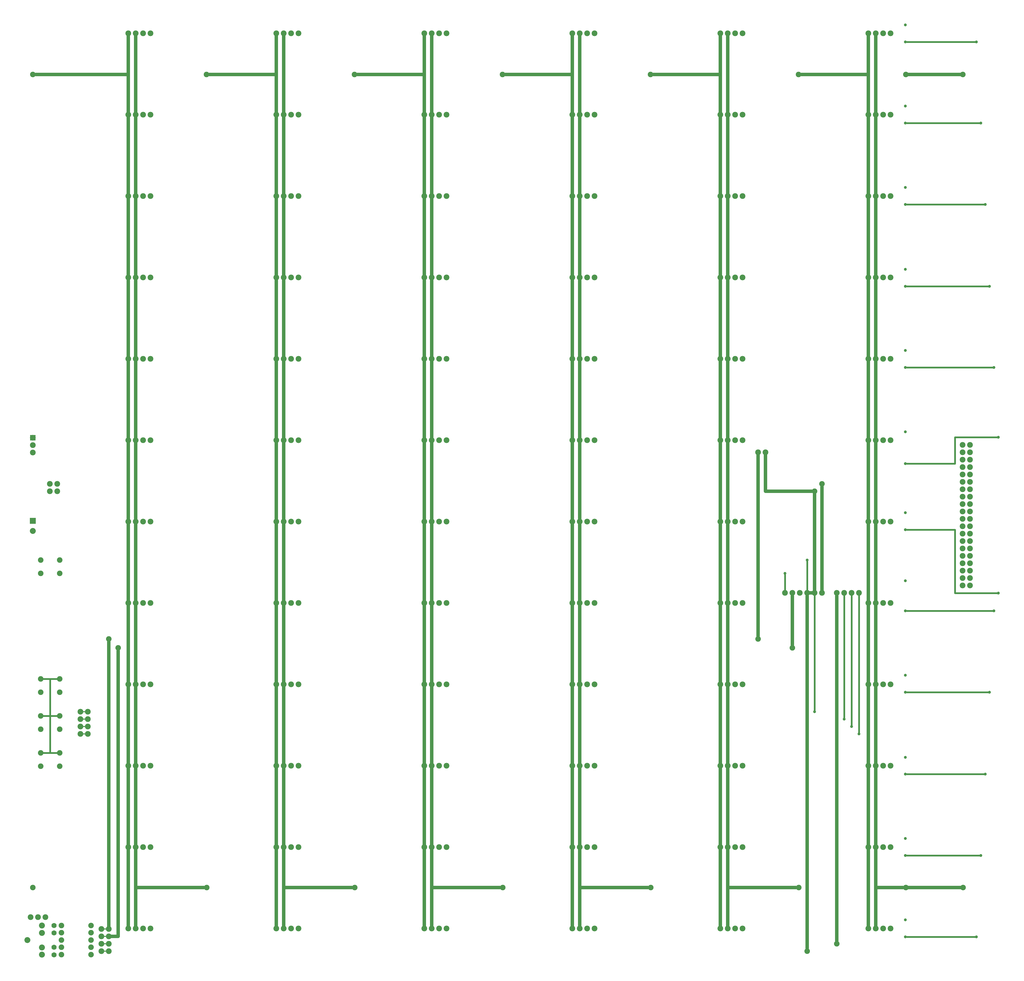
<source format=gbl>
G04 MADE WITH FRITZING*
G04 WWW.FRITZING.ORG*
G04 DOUBLE SIDED*
G04 HOLES PLATED*
G04 CONTOUR ON CENTER OF CONTOUR VECTOR*
%ASAXBY*%
%FSLAX23Y23*%
%MOIN*%
%OFA0B0*%
%SFA1.0B1.0*%
%ADD10C,0.078000*%
%ADD11C,0.080000*%
%ADD12C,0.039370*%
%ADD13C,0.075433*%
%ADD14C,0.080350*%
%ADD15C,0.070000*%
%ADD16C,0.075000*%
%ADD17R,0.080000X0.080000*%
%ADD18R,0.078000X0.078000*%
%ADD19C,0.024000*%
%ADD20C,0.048000*%
%ADD21C,0.012000*%
%ADD22R,0.001000X0.001000*%
%LNCOPPER0*%
G90*
G70*
G54D10*
X5542Y1101D03*
X5642Y1101D03*
X5742Y1101D03*
X5842Y1101D03*
X9542Y1101D03*
X9642Y1101D03*
X9742Y1101D03*
X9842Y1101D03*
X1543Y1100D03*
X1643Y1100D03*
X1743Y1100D03*
X1843Y1100D03*
X7542Y1101D03*
X7642Y1101D03*
X7742Y1101D03*
X7842Y1101D03*
X11542Y1101D03*
X11642Y1101D03*
X11742Y1101D03*
X11842Y1101D03*
X3542Y1101D03*
X3642Y1101D03*
X3742Y1101D03*
X3842Y1101D03*
X1543Y2200D03*
X1643Y2200D03*
X1743Y2200D03*
X1843Y2200D03*
X5543Y2201D03*
X5643Y2201D03*
X5743Y2201D03*
X5843Y2201D03*
X7543Y2201D03*
X7643Y2201D03*
X7743Y2201D03*
X7843Y2201D03*
X3543Y2201D03*
X3643Y2201D03*
X3743Y2201D03*
X3843Y2201D03*
X9543Y2201D03*
X9643Y2201D03*
X9743Y2201D03*
X9843Y2201D03*
X11543Y2201D03*
X11643Y2201D03*
X11743Y2201D03*
X11843Y2201D03*
X9543Y3301D03*
X9643Y3301D03*
X9743Y3301D03*
X9843Y3301D03*
X11543Y3301D03*
X11643Y3301D03*
X11743Y3301D03*
X11843Y3301D03*
X1543Y3300D03*
X1643Y3300D03*
X1743Y3300D03*
X1843Y3300D03*
X7543Y3301D03*
X7643Y3301D03*
X7743Y3301D03*
X7843Y3301D03*
X3543Y3301D03*
X3643Y3301D03*
X3743Y3301D03*
X3843Y3301D03*
X5543Y3301D03*
X5643Y3301D03*
X5743Y3301D03*
X5843Y3301D03*
X3543Y4401D03*
X3643Y4401D03*
X3743Y4401D03*
X3843Y4401D03*
X11543Y4401D03*
X11643Y4401D03*
X11743Y4401D03*
X11843Y4401D03*
X9543Y4401D03*
X9643Y4401D03*
X9743Y4401D03*
X9843Y4401D03*
X5543Y4401D03*
X5643Y4401D03*
X5743Y4401D03*
X5843Y4401D03*
X1543Y4400D03*
X1643Y4400D03*
X1743Y4400D03*
X1843Y4400D03*
X7543Y4401D03*
X7643Y4401D03*
X7743Y4401D03*
X7843Y4401D03*
X9543Y5501D03*
X9643Y5501D03*
X9743Y5501D03*
X9843Y5501D03*
X3543Y5501D03*
X3643Y5501D03*
X3743Y5501D03*
X3843Y5501D03*
X5543Y5501D03*
X5643Y5501D03*
X5743Y5501D03*
X5843Y5501D03*
X11543Y5501D03*
X11643Y5501D03*
X11743Y5501D03*
X11843Y5501D03*
X7543Y5501D03*
X7643Y5501D03*
X7743Y5501D03*
X7843Y5501D03*
X1543Y5500D03*
X1643Y5500D03*
X1743Y5500D03*
X1843Y5500D03*
X9543Y6601D03*
X9643Y6601D03*
X9743Y6601D03*
X9843Y6601D03*
X3543Y6601D03*
X3643Y6601D03*
X3743Y6601D03*
X3843Y6601D03*
X5543Y6601D03*
X5643Y6601D03*
X5743Y6601D03*
X5843Y6601D03*
X1543Y6600D03*
X1643Y6600D03*
X1743Y6600D03*
X1843Y6600D03*
X7543Y6601D03*
X7643Y6601D03*
X7743Y6601D03*
X7843Y6601D03*
X11543Y6601D03*
X11643Y6601D03*
X11743Y6601D03*
X11843Y6601D03*
X11543Y7701D03*
X11643Y7701D03*
X11743Y7701D03*
X11843Y7701D03*
X7543Y7701D03*
X7643Y7701D03*
X7743Y7701D03*
X7843Y7701D03*
X3543Y7701D03*
X3643Y7701D03*
X3743Y7701D03*
X3843Y7701D03*
X9543Y7701D03*
X9643Y7701D03*
X9743Y7701D03*
X9843Y7701D03*
X5543Y7701D03*
X5643Y7701D03*
X5743Y7701D03*
X5843Y7701D03*
X1543Y7700D03*
X1643Y7700D03*
X1743Y7700D03*
X1843Y7700D03*
X11543Y8801D03*
X11643Y8801D03*
X11743Y8801D03*
X11843Y8801D03*
X5543Y8801D03*
X5643Y8801D03*
X5743Y8801D03*
X5843Y8801D03*
X1543Y8800D03*
X1643Y8800D03*
X1743Y8800D03*
X1843Y8800D03*
X3543Y8801D03*
X3643Y8801D03*
X3743Y8801D03*
X3843Y8801D03*
X9543Y8801D03*
X9643Y8801D03*
X9743Y8801D03*
X9843Y8801D03*
X7543Y8801D03*
X7643Y8801D03*
X7743Y8801D03*
X7843Y8801D03*
X11543Y9901D03*
X11643Y9901D03*
X11743Y9901D03*
X11843Y9901D03*
X1543Y9900D03*
X1643Y9900D03*
X1743Y9900D03*
X1843Y9900D03*
X5543Y9901D03*
X5643Y9901D03*
X5743Y9901D03*
X5843Y9901D03*
X3543Y9901D03*
X3643Y9901D03*
X3743Y9901D03*
X3843Y9901D03*
X7543Y9901D03*
X7643Y9901D03*
X7743Y9901D03*
X7843Y9901D03*
X9543Y9901D03*
X9643Y9901D03*
X9743Y9901D03*
X9843Y9901D03*
X3543Y11001D03*
X3643Y11001D03*
X3743Y11001D03*
X3843Y11001D03*
X1543Y11000D03*
X1643Y11000D03*
X1743Y11000D03*
X1843Y11000D03*
X7543Y11001D03*
X7643Y11001D03*
X7743Y11001D03*
X7843Y11001D03*
X9543Y11001D03*
X9643Y11001D03*
X9743Y11001D03*
X9843Y11001D03*
X5543Y11001D03*
X5643Y11001D03*
X5743Y11001D03*
X5843Y11001D03*
X11543Y11001D03*
X11643Y11001D03*
X11743Y11001D03*
X11843Y11001D03*
X3542Y12101D03*
X3642Y12101D03*
X3742Y12101D03*
X3842Y12101D03*
X5542Y12101D03*
X5642Y12101D03*
X5742Y12101D03*
X5842Y12101D03*
X9542Y12101D03*
X9642Y12101D03*
X9742Y12101D03*
X9842Y12101D03*
X1543Y12101D03*
X1643Y12101D03*
X1743Y12101D03*
X1843Y12101D03*
X11542Y12101D03*
X11642Y12101D03*
X11742Y12101D03*
X11842Y12101D03*
X7542Y12101D03*
X7642Y12101D03*
X7742Y12101D03*
X7842Y12101D03*
X11543Y13201D03*
X11643Y13201D03*
X11743Y13201D03*
X11843Y13201D03*
X9543Y13201D03*
X9643Y13201D03*
X9743Y13201D03*
X9843Y13201D03*
X7543Y13201D03*
X7643Y13201D03*
X7743Y13201D03*
X7843Y13201D03*
X5543Y13201D03*
X5643Y13201D03*
X5743Y13201D03*
X5843Y13201D03*
X3543Y13201D03*
X3643Y13201D03*
X3743Y13201D03*
X3843Y13201D03*
X1543Y13200D03*
X1643Y13200D03*
X1743Y13200D03*
X1843Y13200D03*
X12817Y7639D03*
X12817Y7539D03*
X12817Y7439D03*
X12817Y7339D03*
X12817Y7239D03*
X12817Y7139D03*
X12817Y7039D03*
X12817Y6939D03*
X12817Y6839D03*
X12817Y6739D03*
X12817Y6639D03*
X12817Y6539D03*
X12817Y6439D03*
X12817Y6339D03*
X12817Y6239D03*
X12817Y6139D03*
X12817Y6039D03*
X12817Y5939D03*
X12817Y5839D03*
X12817Y5739D03*
X12817Y7639D03*
X12817Y7539D03*
X12817Y7439D03*
X12817Y7339D03*
X12817Y7239D03*
X12817Y7139D03*
X12817Y7039D03*
X12817Y6939D03*
X12817Y6839D03*
X12817Y6739D03*
X12817Y6639D03*
X12817Y6539D03*
X12817Y6439D03*
X12817Y6339D03*
X12817Y6239D03*
X12817Y6139D03*
X12817Y6039D03*
X12817Y5939D03*
X12817Y5839D03*
X12817Y5739D03*
X12917Y5739D03*
X12917Y5839D03*
X12917Y5939D03*
X12917Y6039D03*
X12917Y6139D03*
X12917Y6239D03*
X12917Y6339D03*
X12917Y6439D03*
X12917Y6539D03*
X12917Y6639D03*
X12917Y6739D03*
X12917Y6839D03*
X12917Y6939D03*
X12917Y7039D03*
X12917Y7139D03*
X12917Y7239D03*
X12917Y7339D03*
X12917Y7439D03*
X12917Y7539D03*
X12917Y7639D03*
G54D11*
X253Y6611D03*
X253Y6473D03*
G54D12*
X12045Y4293D03*
X12045Y5393D03*
X12045Y6721D03*
X12045Y3187D03*
X12045Y989D03*
X12045Y5801D03*
X12045Y3416D03*
X12045Y6491D03*
X12045Y2089D03*
X12045Y2318D03*
X12045Y1218D03*
X12045Y4523D03*
X12045Y9781D03*
X12045Y10011D03*
X12045Y8913D03*
X12045Y7383D03*
X12045Y7813D03*
X12045Y8683D03*
X12045Y10888D03*
X12045Y11117D03*
X12045Y11988D03*
X12045Y12217D03*
X12045Y13086D03*
X12045Y13315D03*
G54D10*
X253Y7736D03*
X253Y7636D03*
X253Y7536D03*
G54D12*
X13003Y13086D03*
X13063Y11988D03*
X13122Y10888D03*
X13181Y9781D03*
X13240Y8683D03*
X13300Y7741D03*
X13300Y5636D03*
X13240Y5393D03*
X13181Y4293D03*
X13122Y3187D03*
X13063Y2089D03*
X13003Y989D03*
G54D13*
X12820Y12644D03*
X2601Y12644D03*
X4599Y12644D03*
X6601Y12644D03*
X8599Y12644D03*
X10599Y12644D03*
X12051Y12644D03*
X12823Y1653D03*
X4602Y1653D03*
X2604Y1653D03*
X6604Y1653D03*
X10602Y1653D03*
X8602Y1653D03*
X12050Y1653D03*
X253Y12644D03*
X253Y1653D03*
G54D14*
X180Y944D03*
X377Y1141D03*
X377Y1042D03*
X377Y845D03*
X377Y747D03*
G54D15*
X540Y1141D03*
X540Y1041D03*
X540Y746D03*
X540Y847D03*
G54D16*
X641Y1140D03*
X1041Y1140D03*
X640Y1045D03*
X1040Y1045D03*
X640Y945D03*
X1040Y945D03*
X640Y847D03*
X1040Y847D03*
X640Y747D03*
X1040Y747D03*
G54D10*
X222Y1256D03*
X322Y1256D03*
X422Y1256D03*
X1181Y1095D03*
X1181Y995D03*
X1181Y895D03*
X1181Y795D03*
X11116Y5638D03*
X11216Y5638D03*
X11316Y5638D03*
X11416Y5638D03*
X10416Y5638D03*
X10516Y5638D03*
X10616Y5638D03*
X10716Y5638D03*
X10816Y5638D03*
X10916Y5638D03*
X10053Y7539D03*
X10153Y7539D03*
X1280Y1095D03*
X1280Y995D03*
X1280Y895D03*
X1280Y795D03*
G54D13*
X1280Y5015D03*
X10053Y5015D03*
X1406Y4893D03*
X10516Y4893D03*
X10716Y795D03*
G54D10*
X482Y7110D03*
X482Y7010D03*
X482Y7110D03*
X482Y7010D03*
X582Y7010D03*
X582Y7110D03*
G54D13*
X10816Y7010D03*
X10916Y7110D03*
G54D16*
X616Y5902D03*
X360Y5902D03*
X616Y6080D03*
X360Y6080D03*
X616Y3295D03*
X360Y3295D03*
X616Y3473D03*
X360Y3473D03*
X616Y3795D03*
X360Y3795D03*
X616Y3973D03*
X360Y3973D03*
X616Y4296D03*
X360Y4296D03*
X616Y4473D03*
X360Y4473D03*
G54D12*
X10716Y6080D03*
X10416Y5902D03*
G54D13*
X11116Y895D03*
G54D10*
X897Y4032D03*
X897Y3932D03*
X897Y3832D03*
X897Y3732D03*
X897Y4032D03*
X897Y3932D03*
X897Y3832D03*
X897Y3732D03*
X997Y3732D03*
X997Y3832D03*
X997Y3932D03*
X997Y4032D03*
G54D12*
X10816Y4032D03*
X11216Y3932D03*
X11316Y3832D03*
X11416Y3732D03*
G54D17*
X253Y6611D03*
G54D18*
X253Y7736D03*
G54D19*
X12064Y13086D02*
X12984Y13086D01*
D02*
X12064Y11988D02*
X13044Y11988D01*
D02*
X12064Y10888D02*
X13103Y10888D01*
D02*
X12064Y9781D02*
X13162Y9781D01*
D02*
X12064Y8683D02*
X13221Y8683D01*
D02*
X12715Y7741D02*
X13281Y7741D01*
D02*
X12715Y7383D02*
X12715Y7741D01*
D02*
X12064Y7383D02*
X12715Y7383D01*
D02*
X12064Y6491D02*
X12715Y6491D01*
D02*
X12715Y6491D02*
X12715Y5636D01*
D02*
X12715Y5636D02*
X13281Y5636D01*
D02*
X12064Y5393D02*
X13221Y5393D01*
D02*
X12064Y4293D02*
X13162Y4293D01*
D02*
X12064Y3187D02*
X13103Y3187D01*
D02*
X12064Y2088D02*
X13044Y2088D01*
D02*
X12064Y988D02*
X12984Y988D01*
G54D20*
D02*
X1543Y12131D02*
X1543Y13170D01*
D02*
X1643Y12131D02*
X1643Y13170D01*
D02*
X1643Y12071D02*
X1643Y11031D01*
D02*
X1543Y12071D02*
X1543Y11031D01*
D02*
X1643Y10970D02*
X1643Y9931D01*
D02*
X1543Y10970D02*
X1543Y9931D01*
D02*
X1643Y9870D02*
X1643Y8831D01*
D02*
X1543Y9870D02*
X1543Y8831D01*
D02*
X1643Y8770D02*
X1643Y7730D01*
D02*
X1543Y8770D02*
X1543Y7730D01*
D02*
X1643Y7670D02*
X1643Y6630D01*
D02*
X1543Y7670D02*
X1543Y6630D01*
D02*
X1643Y6570D02*
X1643Y5530D01*
D02*
X1543Y6570D02*
X1543Y5530D01*
D02*
X1643Y5470D02*
X1643Y4431D01*
D02*
X1543Y5470D02*
X1543Y4431D01*
D02*
X1643Y4370D02*
X1643Y3331D01*
D02*
X1543Y4370D02*
X1543Y3331D01*
D02*
X1643Y3270D02*
X1643Y2231D01*
D02*
X1543Y3270D02*
X1543Y2231D01*
D02*
X1643Y2170D02*
X1643Y1131D01*
D02*
X1543Y2170D02*
X1543Y1131D01*
D02*
X3542Y12131D02*
X3543Y13171D01*
D02*
X3642Y12131D02*
X3643Y13171D01*
D02*
X3642Y12071D02*
X3643Y11031D01*
D02*
X3542Y12071D02*
X3543Y11031D01*
D02*
X3643Y10971D02*
X3643Y9931D01*
D02*
X3543Y10971D02*
X3543Y9931D01*
D02*
X3643Y9871D02*
X3643Y8831D01*
D02*
X3543Y9871D02*
X3543Y8831D01*
D02*
X3643Y8771D02*
X3643Y7731D01*
D02*
X3543Y8771D02*
X3543Y7731D01*
D02*
X3643Y7671D02*
X3643Y6631D01*
D02*
X3543Y7671D02*
X3543Y6631D01*
D02*
X3643Y6571D02*
X3643Y5531D01*
D02*
X3543Y6571D02*
X3543Y5531D01*
D02*
X3643Y5471D02*
X3643Y4431D01*
D02*
X3543Y5471D02*
X3543Y4431D01*
D02*
X3643Y4371D02*
X3643Y3331D01*
D02*
X3543Y4371D02*
X3543Y3331D01*
D02*
X3643Y3271D02*
X3643Y2231D01*
D02*
X3543Y3271D02*
X3543Y2231D01*
D02*
X3643Y2171D02*
X3642Y1131D01*
D02*
X3543Y2171D02*
X3542Y1131D01*
D02*
X5643Y13171D02*
X5642Y12131D01*
D02*
X5543Y13171D02*
X5542Y12131D01*
D02*
X5642Y12071D02*
X5643Y11031D01*
D02*
X5542Y12071D02*
X5543Y11031D01*
D02*
X5643Y10971D02*
X5643Y9931D01*
D02*
X5543Y10971D02*
X5543Y9931D01*
D02*
X5643Y9871D02*
X5643Y8831D01*
D02*
X5543Y9871D02*
X5543Y8831D01*
D02*
X5643Y8771D02*
X5643Y7731D01*
D02*
X5543Y8771D02*
X5543Y7731D01*
D02*
X5643Y7671D02*
X5643Y6631D01*
D02*
X5543Y7671D02*
X5543Y6631D01*
D02*
X5643Y6571D02*
X5643Y5531D01*
D02*
X5543Y6571D02*
X5543Y5531D01*
D02*
X5643Y5471D02*
X5643Y4431D01*
D02*
X5543Y5471D02*
X5543Y4431D01*
D02*
X5643Y4371D02*
X5643Y3331D01*
D02*
X5543Y4371D02*
X5543Y3331D01*
D02*
X5643Y3271D02*
X5643Y2231D01*
D02*
X5543Y3271D02*
X5543Y2231D01*
D02*
X5643Y2171D02*
X5642Y1131D01*
D02*
X5543Y2171D02*
X5542Y1131D01*
D02*
X7643Y2160D02*
X7642Y1142D01*
D02*
X7543Y2160D02*
X7542Y1142D01*
D02*
X9542Y2160D02*
X9542Y1142D01*
D02*
X9642Y2160D02*
X9642Y1142D01*
D02*
X11543Y2160D02*
X11542Y1142D01*
D02*
X11643Y2160D02*
X11642Y1142D01*
D02*
X7543Y13171D02*
X7542Y12131D01*
D02*
X7643Y13171D02*
X7642Y12131D01*
D02*
X9543Y13171D02*
X9542Y12131D01*
D02*
X9643Y13171D02*
X9642Y12131D01*
D02*
X11543Y13171D02*
X11542Y12131D01*
D02*
X11643Y13171D02*
X11642Y12131D01*
D02*
X7542Y12071D02*
X7543Y11031D01*
D02*
X7642Y12071D02*
X7643Y11031D01*
D02*
X9542Y12071D02*
X9543Y11031D01*
D02*
X9642Y12071D02*
X9643Y11031D01*
D02*
X11542Y12071D02*
X11543Y11031D01*
D02*
X11642Y12071D02*
X11643Y11031D01*
D02*
X7543Y10971D02*
X7543Y9931D01*
D02*
X7643Y10971D02*
X7643Y9931D01*
D02*
X9543Y10971D02*
X9543Y9931D01*
D02*
X9643Y10971D02*
X9643Y9931D01*
D02*
X11543Y10971D02*
X11543Y9931D01*
D02*
X11643Y10971D02*
X11643Y9931D01*
D02*
X11643Y9871D02*
X11643Y8831D01*
D02*
X11543Y9871D02*
X11543Y8831D01*
D02*
X9643Y9871D02*
X9643Y8831D01*
D02*
X9543Y9871D02*
X9543Y8831D01*
D02*
X7643Y9871D02*
X7643Y8831D01*
D02*
X7543Y9871D02*
X7543Y8831D01*
D02*
X7543Y8771D02*
X7543Y7731D01*
D02*
X7643Y8771D02*
X7643Y7731D01*
D02*
X9543Y8771D02*
X9543Y7731D01*
D02*
X9643Y8771D02*
X9643Y7731D01*
D02*
X11543Y8771D02*
X11543Y7731D01*
D02*
X11643Y8771D02*
X11643Y7731D01*
D02*
X11643Y7671D02*
X11643Y6631D01*
D02*
X11543Y7671D02*
X11543Y6631D01*
D02*
X9643Y7671D02*
X9643Y6631D01*
D02*
X9543Y7671D02*
X9543Y6631D01*
D02*
X7643Y7671D02*
X7643Y6631D01*
D02*
X7543Y7671D02*
X7543Y6631D01*
D02*
X7543Y6571D02*
X7543Y5531D01*
D02*
X7643Y6571D02*
X7643Y5531D01*
D02*
X9543Y6571D02*
X9543Y5531D01*
D02*
X9643Y6571D02*
X9643Y5531D01*
D02*
X11543Y6571D02*
X11543Y5531D01*
D02*
X11643Y6571D02*
X11643Y5531D01*
D02*
X11643Y5471D02*
X11643Y4431D01*
D02*
X11543Y5471D02*
X11543Y4431D01*
D02*
X9643Y5471D02*
X9643Y4431D01*
D02*
X9543Y5471D02*
X9543Y4431D01*
D02*
X7643Y5471D02*
X7643Y4431D01*
D02*
X7543Y5471D02*
X7543Y4431D01*
D02*
X7643Y4371D02*
X7643Y3331D01*
D02*
X7543Y4371D02*
X7543Y3331D01*
D02*
X9543Y4371D02*
X9543Y3331D01*
D02*
X9643Y4371D02*
X9643Y3331D01*
D02*
X11543Y4371D02*
X11543Y3331D01*
D02*
X11643Y4371D02*
X11643Y3331D01*
D02*
X11643Y3271D02*
X11643Y2231D01*
D02*
X11543Y3271D02*
X11543Y2231D01*
D02*
X9643Y3271D02*
X9643Y2231D01*
D02*
X9543Y3271D02*
X9543Y2231D01*
D02*
X7643Y3271D02*
X7643Y2231D01*
D02*
X7543Y3271D02*
X7543Y2231D01*
D02*
X12791Y12644D02*
X12080Y12644D01*
D02*
X12794Y1653D02*
X12079Y1653D01*
D02*
X1543Y12644D02*
X293Y12644D01*
D02*
X1543Y13159D02*
X1543Y12644D01*
D02*
X3543Y13159D02*
X3543Y12644D01*
D02*
X3543Y12644D02*
X2641Y12644D01*
D02*
X5543Y13159D02*
X5543Y12644D01*
D02*
X5543Y12644D02*
X4639Y12644D01*
D02*
X7543Y12644D02*
X6641Y12644D01*
D02*
X7543Y13159D02*
X7543Y12644D01*
D02*
X9543Y12644D02*
X8639Y12644D01*
D02*
X9543Y13159D02*
X9543Y12644D01*
D02*
X11543Y13159D02*
X11543Y12644D01*
D02*
X11543Y12644D02*
X10639Y12644D01*
D02*
X1643Y1653D02*
X2564Y1653D01*
D02*
X1643Y1142D02*
X1643Y1653D01*
D02*
X3642Y1653D02*
X4562Y1653D01*
D02*
X3642Y1142D02*
X3642Y1653D01*
D02*
X5642Y1653D02*
X6564Y1653D01*
D02*
X5642Y1142D02*
X5642Y1653D01*
D02*
X7642Y1142D02*
X7642Y1653D01*
D02*
X7642Y1653D02*
X8562Y1653D01*
D02*
X9642Y1653D02*
X10562Y1653D01*
D02*
X9642Y1142D02*
X9642Y1653D01*
D02*
X11642Y1142D02*
X11642Y1653D01*
D02*
X11642Y1653D02*
X12010Y1653D01*
D02*
X10053Y5055D02*
X10053Y7497D01*
D02*
X1280Y1136D02*
X1280Y4975D01*
D02*
X1406Y995D02*
X1406Y4853D01*
D02*
X1310Y995D02*
X1406Y995D01*
D02*
X10516Y4933D02*
X10516Y5596D01*
D02*
X10716Y835D02*
X10716Y5596D01*
D02*
X10916Y5679D02*
X10916Y7070D01*
D02*
X10816Y5679D02*
X10816Y6970D01*
D02*
X10786Y5638D02*
X10746Y5638D01*
D02*
X10153Y7010D02*
X10153Y7497D01*
D02*
X10776Y7010D02*
X10153Y7010D01*
G54D19*
D02*
X10716Y5668D02*
X10716Y6061D01*
D02*
X10416Y5883D02*
X10416Y5668D01*
G54D20*
D02*
X11116Y935D02*
X11116Y5596D01*
G54D21*
D02*
X1211Y1095D02*
X1250Y1095D01*
D02*
X1211Y795D02*
X1250Y795D01*
D02*
X1211Y895D02*
X1250Y895D01*
D02*
X1211Y995D02*
X1250Y995D01*
G54D19*
D02*
X487Y4473D02*
X487Y3973D01*
D02*
X487Y3973D02*
X389Y3973D01*
D02*
X587Y4473D02*
X487Y4473D01*
D02*
X488Y3973D02*
X488Y3473D01*
D02*
X488Y3473D02*
X389Y3473D01*
D02*
X588Y3973D02*
X488Y3973D01*
D02*
X587Y4473D02*
X388Y4473D01*
D02*
X389Y3973D02*
X588Y3973D01*
D02*
X389Y3473D02*
X588Y3473D01*
G54D21*
D02*
X927Y4032D02*
X967Y4032D01*
D02*
X927Y3932D02*
X967Y3932D01*
D02*
X927Y3832D02*
X967Y3832D01*
D02*
X927Y3732D02*
X967Y3732D01*
G54D19*
D02*
X11416Y3751D02*
X11416Y5608D01*
D02*
X11316Y3851D02*
X11316Y5608D01*
D02*
X11216Y3951D02*
X11216Y5608D01*
D02*
X10816Y4051D02*
X10816Y5608D01*
G54D22*
D02*
G04 End of Copper0*
M02*
</source>
